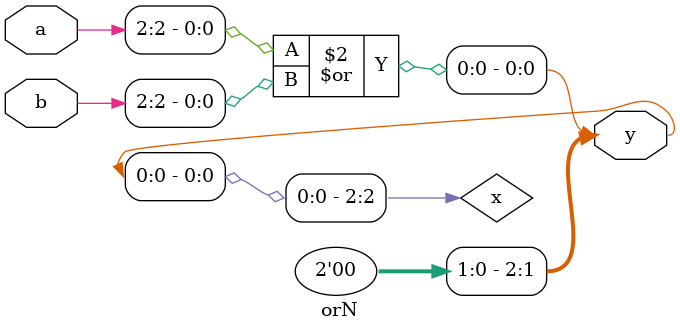
<source format=sv>
module orN
	#(parameter width =3)
		(input logic [width-1:0] a,
		input logic [width-1:0] b,
		output logic [width-1:0] y);
		
	genvar i;
	logic [width-1:0] x;

	generate
		for(i=1; i<width; i=i+1) begin: forloop
			assign x[i] = a[i] | b[i];
		end
		
	endgenerate

	assign y = x[width-1];
endmodule

</source>
